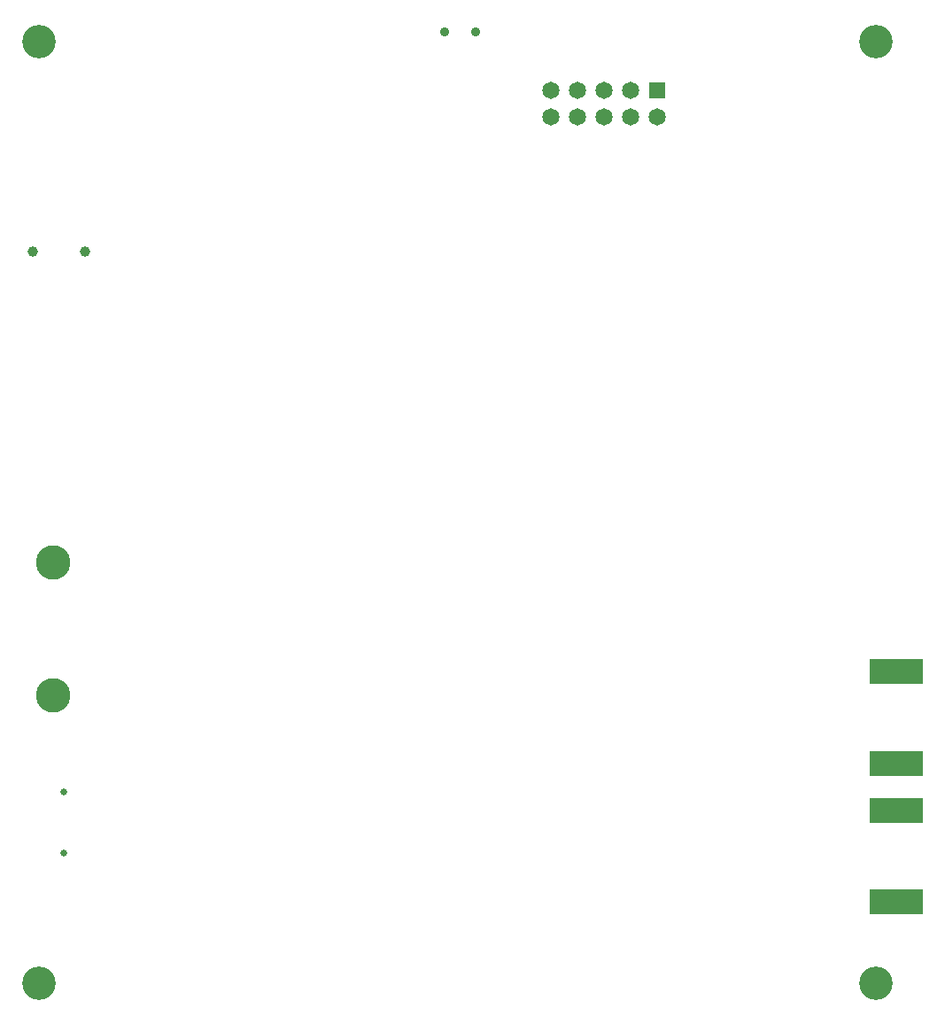
<source format=gbr>
%TF.GenerationSoftware,KiCad,Pcbnew,9.0.7*%
%TF.CreationDate,2026-02-08T15:09:09+00:00*%
%TF.ProjectId,lnb_control,6c6e625f-636f-46e7-9472-6f6c2e6b6963,rev?*%
%TF.SameCoordinates,Original*%
%TF.FileFunction,Soldermask,Bot*%
%TF.FilePolarity,Negative*%
%FSLAX46Y46*%
G04 Gerber Fmt 4.6, Leading zero omitted, Abs format (unit mm)*
G04 Created by KiCad (PCBNEW 9.0.7) date 2026-02-08 15:09:09*
%MOMM*%
%LPD*%
G01*
G04 APERTURE LIST*
%ADD10C,0.650000*%
%ADD11C,1.000000*%
%ADD12C,0.900000*%
%ADD13C,3.300000*%
%ADD14C,3.200000*%
%ADD15R,1.650000X1.650000*%
%ADD16C,1.650000*%
%ADD17R,5.080000X2.420000*%
G04 APERTURE END LIST*
D10*
%TO.C,J4*%
X57305000Y-126775000D03*
X57305000Y-132555000D03*
%TD*%
D11*
%TO.C,J1*%
X59375000Y-75125000D03*
X54375000Y-75125000D03*
%TD*%
D12*
%TO.C,S1*%
X96750000Y-54115000D03*
X93750000Y-54115000D03*
%TD*%
D13*
%TO.C,J8*%
X56360000Y-104840000D03*
X56360000Y-117540000D03*
%TD*%
D14*
%TO.C,REF\u002A\u002A*%
X55000000Y-145000000D03*
%TD*%
D15*
%TO.C,J5*%
X114055000Y-59685000D03*
D16*
X114055000Y-62225000D03*
X111515000Y-59685000D03*
X111515000Y-62225000D03*
X108975000Y-59685000D03*
X108975000Y-62225000D03*
X106435000Y-59685000D03*
X106435000Y-62225000D03*
X103895000Y-59685000D03*
X103895000Y-62225000D03*
%TD*%
D14*
%TO.C,REF\u002A\u002A*%
X135000000Y-55000000D03*
%TD*%
D17*
%TO.C,J6*%
X136950000Y-124030000D03*
X136950000Y-115270000D03*
%TD*%
%TO.C,J7*%
X136950000Y-137250000D03*
X136950000Y-128490000D03*
%TD*%
D14*
%TO.C,REF\u002A\u002A*%
X135000000Y-145000000D03*
%TD*%
%TO.C,REF\u002A\u002A*%
X55000000Y-55000000D03*
%TD*%
M02*

</source>
